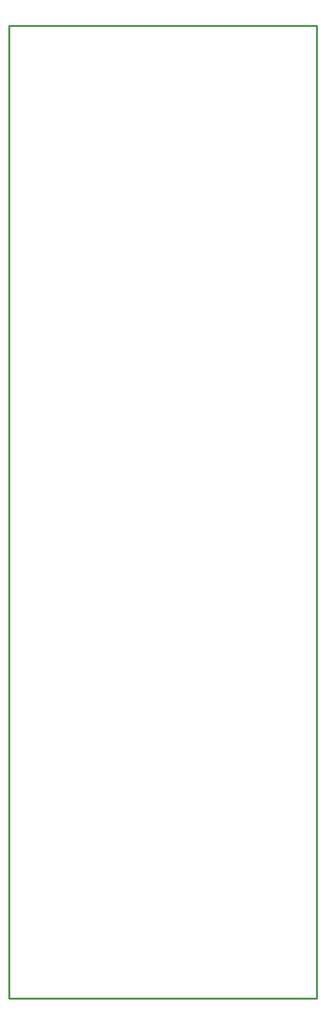
<source format=gm1>
G04 Layer_Color=16711935*
%FSLAX43Y43*%
%MOMM*%
G71*
G01*
G75*
%ADD15C,0.254*%
D15*
X190500Y254000D02*
X231140D01*
X190500D02*
Y382500D01*
X231140Y254000D02*
Y382500D01*
X190500D02*
X231140D01*
M02*

</source>
